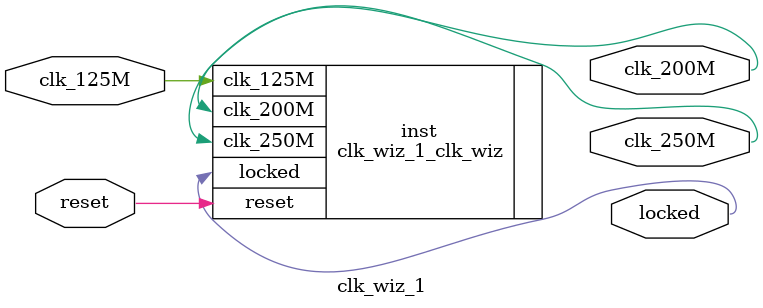
<source format=v>


`timescale 1ps/1ps

(* CORE_GENERATION_INFO = "clk_wiz_1,clk_wiz_v6_0_5_0_0,{component_name=clk_wiz_1,use_phase_alignment=true,use_min_o_jitter=false,use_max_i_jitter=false,use_dyn_phase_shift=false,use_inclk_switchover=false,use_dyn_reconfig=false,enable_axi=0,feedback_source=FDBK_AUTO,PRIMITIVE=MMCM,num_out_clk=2,clkin1_period=8.000,clkin2_period=10.000,use_power_down=false,use_reset=true,use_locked=true,use_inclk_stopped=false,feedback_type=SINGLE,CLOCK_MGR_TYPE=NA,manual_override=false}" *)

module clk_wiz_1 
 (
  // Clock out ports
  output        clk_200M,
  output        clk_250M,
  // Status and control signals
  input         reset,
  output        locked,
 // Clock in ports
  input         clk_125M
 );

  clk_wiz_1_clk_wiz inst
  (
  // Clock out ports  
  .clk_200M(clk_200M),
  .clk_250M(clk_250M),
  // Status and control signals               
  .reset(reset), 
  .locked(locked),
 // Clock in ports
  .clk_125M(clk_125M)
  );

endmodule

</source>
